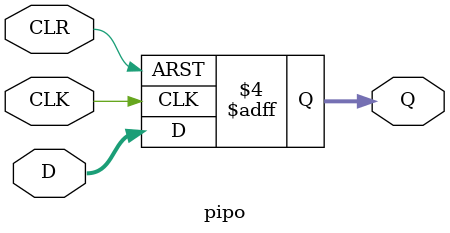
<source format=v>
module pipo (D, Q, CLK, CLR);
	parameter N=8;
	input [N-1:0] D;
	input CLK, CLR;
	output reg [N-1:0] Q;
		always @(posedge CLK, negedge CLR)
			begin
				if(CLR==1'b0) Q<=0;
					else if(CLK==1'b1) Q<=D;
			end
endmodule 
</source>
